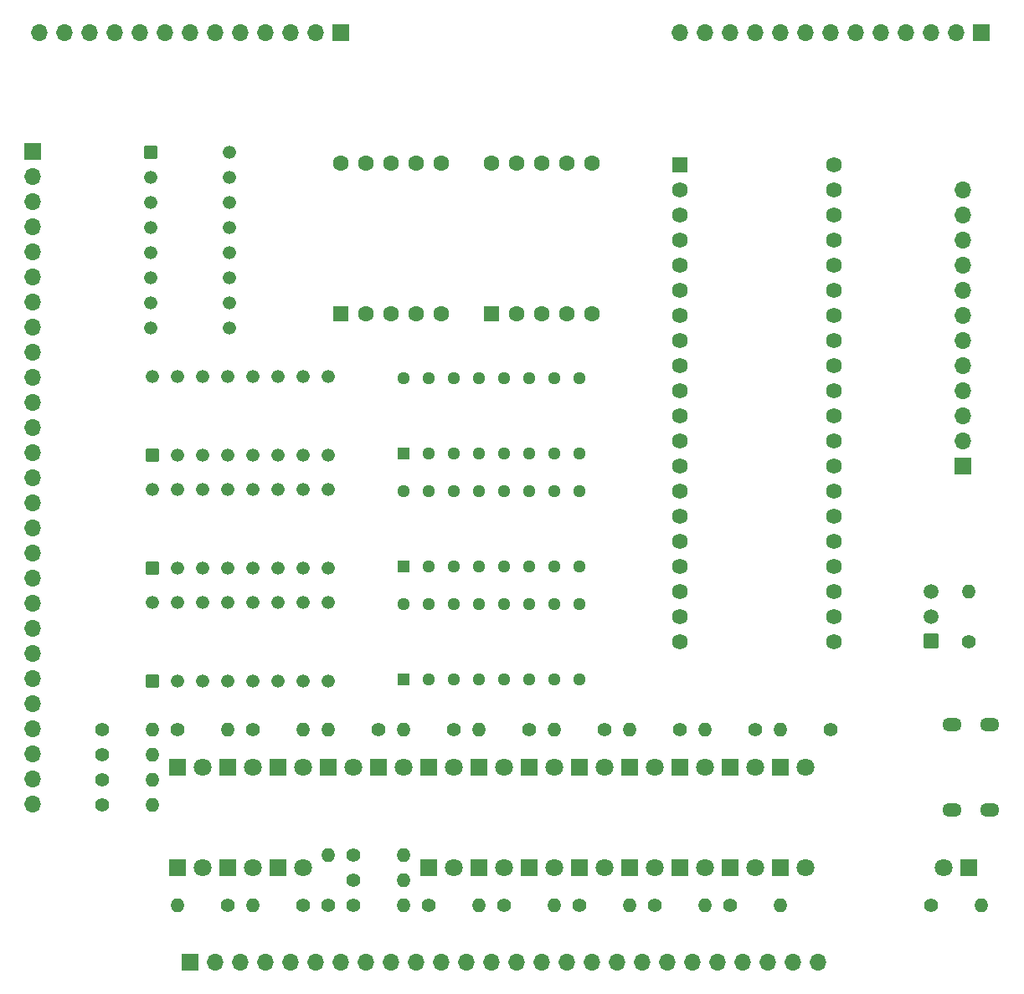
<source format=gbs>
%TF.GenerationSoftware,KiCad,Pcbnew,(6.0.9)*%
%TF.CreationDate,2025-06-18T12:33:42-04:00*%
%TF.ProjectId,Motherboard,4d6f7468-6572-4626-9f61-72642e6b6963,1*%
%TF.SameCoordinates,Original*%
%TF.FileFunction,Soldermask,Bot*%
%TF.FilePolarity,Negative*%
%FSLAX46Y46*%
G04 Gerber Fmt 4.6, Leading zero omitted, Abs format (unit mm)*
G04 Created by KiCad (PCBNEW (6.0.9)) date 2025-06-18 12:33:42*
%MOMM*%
%LPD*%
G01*
G04 APERTURE LIST*
G04 Aperture macros list*
%AMRoundRect*
0 Rectangle with rounded corners*
0 $1 Rounding radius*
0 $2 $3 $4 $5 $6 $7 $8 $9 X,Y pos of 4 corners*
0 Add a 4 corners polygon primitive as box body*
4,1,4,$2,$3,$4,$5,$6,$7,$8,$9,$2,$3,0*
0 Add four circle primitives for the rounded corners*
1,1,$1+$1,$2,$3*
1,1,$1+$1,$4,$5*
1,1,$1+$1,$6,$7*
1,1,$1+$1,$8,$9*
0 Add four rect primitives between the rounded corners*
20,1,$1+$1,$2,$3,$4,$5,0*
20,1,$1+$1,$4,$5,$6,$7,0*
20,1,$1+$1,$6,$7,$8,$9,0*
20,1,$1+$1,$8,$9,$2,$3,0*%
G04 Aperture macros list end*
%ADD10C,1.400000*%
%ADD11O,1.400000X1.400000*%
%ADD12R,1.800000X1.800000*%
%ADD13C,1.800000*%
%ADD14RoundRect,0.102000X0.654000X-0.654000X0.654000X0.654000X-0.654000X0.654000X-0.654000X-0.654000X0*%
%ADD15C,1.512000*%
%ADD16R,1.295400X1.295400*%
%ADD17C,1.295400*%
%ADD18R,1.700000X1.700000*%
%ADD19O,1.700000X1.700000*%
%ADD20RoundRect,0.102000X-0.689000X-0.689000X0.689000X-0.689000X0.689000X0.689000X-0.689000X0.689000X0*%
%ADD21C,1.582000*%
%ADD22RoundRect,0.102000X0.565000X-0.565000X0.565000X0.565000X-0.565000X0.565000X-0.565000X-0.565000X0*%
%ADD23C,1.334000*%
%ADD24RoundRect,0.102000X-0.565000X-0.565000X0.565000X-0.565000X0.565000X0.565000X-0.565000X0.565000X0*%
%ADD25R,1.600000X1.600000*%
%ADD26C,1.600000*%
%ADD27O,1.954000X1.354000*%
G04 APERTURE END LIST*
D10*
%TO.C,R6*%
X96520000Y-123190000D03*
D11*
X91440000Y-123190000D03*
%TD*%
D10*
%TO.C,R12*%
X45720000Y-123190000D03*
D11*
X50800000Y-123190000D03*
%TD*%
D10*
%TO.C,R4*%
X111760000Y-123190000D03*
D11*
X106680000Y-123190000D03*
%TD*%
D12*
%TO.C,D18*%
X78740000Y-137160000D03*
D13*
X81280000Y-137160000D03*
%TD*%
D12*
%TO.C,D12*%
X63500000Y-127000000D03*
D13*
X66040000Y-127000000D03*
%TD*%
D10*
%TO.C,R5*%
X104140000Y-123190000D03*
D11*
X99060000Y-123190000D03*
%TD*%
D10*
%TO.C,R19*%
X71120000Y-135890000D03*
D11*
X76200000Y-135890000D03*
%TD*%
D14*
%TO.C,SW1*%
X129540000Y-114260000D03*
D15*
X129540000Y-111760000D03*
X129540000Y-109260000D03*
%TD*%
D16*
%TO.C,U1*%
X76200000Y-118110000D03*
D17*
X78740000Y-118110000D03*
X81280000Y-118110000D03*
X83820000Y-118110000D03*
X86360000Y-118110000D03*
X88900000Y-118110000D03*
X91440000Y-118110000D03*
X93980000Y-118110000D03*
X93980000Y-110490000D03*
X91440000Y-110490000D03*
X88900000Y-110490000D03*
X86360000Y-110490000D03*
X83820000Y-110490000D03*
X81280000Y-110490000D03*
X78740000Y-110490000D03*
X76200000Y-110490000D03*
%TD*%
D16*
%TO.C,U6*%
X76200000Y-95250000D03*
D17*
X78740000Y-95250000D03*
X81280000Y-95250000D03*
X83820000Y-95250000D03*
X86360000Y-95250000D03*
X88900000Y-95250000D03*
X91440000Y-95250000D03*
X93980000Y-95250000D03*
X93980000Y-87630000D03*
X91440000Y-87630000D03*
X88900000Y-87630000D03*
X86360000Y-87630000D03*
X83820000Y-87630000D03*
X81280000Y-87630000D03*
X78740000Y-87630000D03*
X76200000Y-87630000D03*
%TD*%
D10*
%TO.C,R9*%
X73660000Y-123190000D03*
D11*
X68580000Y-123190000D03*
%TD*%
D12*
%TO.C,D15*%
X58420000Y-137160000D03*
D13*
X60960000Y-137160000D03*
%TD*%
D10*
%TO.C,R14*%
X68580000Y-140970000D03*
D11*
X68580000Y-135890000D03*
%TD*%
D10*
%TO.C,R23*%
X86360000Y-140970000D03*
D11*
X91440000Y-140970000D03*
%TD*%
D10*
%TO.C,R26*%
X109220000Y-140970000D03*
D11*
X114300000Y-140970000D03*
%TD*%
D16*
%TO.C,U4*%
X76200000Y-106680000D03*
D17*
X78740000Y-106680000D03*
X81280000Y-106680000D03*
X83820000Y-106680000D03*
X86360000Y-106680000D03*
X88900000Y-106680000D03*
X91440000Y-106680000D03*
X93980000Y-106680000D03*
X93980000Y-99060000D03*
X91440000Y-99060000D03*
X88900000Y-99060000D03*
X86360000Y-99060000D03*
X83820000Y-99060000D03*
X81280000Y-99060000D03*
X78740000Y-99060000D03*
X76200000Y-99060000D03*
%TD*%
D10*
%TO.C,R22*%
X78740000Y-140970000D03*
D11*
X83820000Y-140970000D03*
%TD*%
D10*
%TO.C,R16*%
X66040000Y-140970000D03*
D11*
X60960000Y-140970000D03*
%TD*%
D18*
%TO.C,J4*%
X54635000Y-146730000D03*
D19*
X57175000Y-146730000D03*
X59715000Y-146730000D03*
X62255000Y-146730000D03*
X64795000Y-146730000D03*
X67335000Y-146730000D03*
X69875000Y-146730000D03*
X72415000Y-146730000D03*
X74955000Y-146730000D03*
X77495000Y-146730000D03*
X80035000Y-146730000D03*
X82575000Y-146730000D03*
X85115000Y-146730000D03*
X87655000Y-146730000D03*
X90195000Y-146730000D03*
X92735000Y-146730000D03*
X95275000Y-146730000D03*
X97815000Y-146730000D03*
X100355000Y-146730000D03*
X102895000Y-146730000D03*
X105435000Y-146730000D03*
X107975000Y-146730000D03*
X110515000Y-146730000D03*
X113055000Y-146730000D03*
X115595000Y-146730000D03*
X118135000Y-146730000D03*
%TD*%
D12*
%TO.C,D1*%
X133350000Y-137160000D03*
D13*
X130810000Y-137160000D03*
%TD*%
D12*
%TO.C,D10*%
X73660000Y-127000000D03*
D13*
X76200000Y-127000000D03*
%TD*%
D12*
%TO.C,D8*%
X83820000Y-127000000D03*
D13*
X86360000Y-127000000D03*
%TD*%
D12*
%TO.C,D24*%
X109220000Y-137160000D03*
D13*
X111760000Y-137160000D03*
%TD*%
D18*
%TO.C,J1*%
X38690000Y-64740000D03*
D19*
X38690000Y-67280000D03*
X38690000Y-69820000D03*
X38690000Y-72360000D03*
X38690000Y-74900000D03*
X38690000Y-77440000D03*
X38690000Y-79980000D03*
X38690000Y-82520000D03*
X38690000Y-85060000D03*
X38690000Y-87600000D03*
X38690000Y-90140000D03*
X38690000Y-92680000D03*
X38690000Y-95220000D03*
X38690000Y-97760000D03*
X38690000Y-100300000D03*
X38690000Y-102840000D03*
X38690000Y-105380000D03*
X38690000Y-107920000D03*
X38690000Y-110460000D03*
X38690000Y-113000000D03*
X38690000Y-115540000D03*
X38690000Y-118080000D03*
X38690000Y-120620000D03*
X38690000Y-123160000D03*
X38690000Y-125700000D03*
X38690000Y-128240000D03*
X38690000Y-130780000D03*
%TD*%
D20*
%TO.C,U3*%
X104151250Y-66040000D03*
D21*
X104151250Y-68580000D03*
X104143750Y-71120000D03*
X104143750Y-73660000D03*
X104143750Y-76200000D03*
X104143750Y-78740000D03*
X104143750Y-81280000D03*
X104143750Y-83820000D03*
X104143750Y-86360000D03*
X104143750Y-88900000D03*
X104143750Y-91440000D03*
X104143750Y-93980000D03*
X104143750Y-96520000D03*
X104151250Y-99060000D03*
X119701250Y-99060000D03*
X119701250Y-96520000D03*
X119701250Y-93980000D03*
X119701250Y-91440000D03*
X119701250Y-88900000D03*
X119701250Y-86360000D03*
X119701250Y-83820000D03*
X119701250Y-81280000D03*
X119701250Y-78740000D03*
X119701250Y-76200000D03*
X119701250Y-73660000D03*
X119701250Y-71120000D03*
X119701250Y-68580000D03*
X119701250Y-66040000D03*
X104151250Y-101600000D03*
X104151250Y-104140000D03*
X104151250Y-106680000D03*
X104151250Y-109220000D03*
X104151250Y-111760000D03*
X104151250Y-114300000D03*
X119701250Y-114300000D03*
X119701250Y-111760000D03*
X119701250Y-109220000D03*
X119701250Y-106680000D03*
X119701250Y-104140000D03*
X119701250Y-101600000D03*
%TD*%
D12*
%TO.C,D25*%
X114300000Y-137160000D03*
D13*
X116840000Y-137160000D03*
%TD*%
D10*
%TO.C,R1*%
X129540000Y-140970000D03*
D11*
X134620000Y-140970000D03*
%TD*%
D10*
%TO.C,R21*%
X71120000Y-140970000D03*
D11*
X76200000Y-140970000D03*
%TD*%
D18*
%TO.C,J3*%
X134605000Y-52660000D03*
D19*
X132065000Y-52660000D03*
X129525000Y-52660000D03*
X126985000Y-52660000D03*
X124445000Y-52660000D03*
X121905000Y-52660000D03*
X119365000Y-52660000D03*
X116825000Y-52660000D03*
X114285000Y-52660000D03*
X111745000Y-52660000D03*
X109205000Y-52660000D03*
X106665000Y-52660000D03*
X104125000Y-52660000D03*
%TD*%
D12*
%TO.C,D3*%
X109220000Y-127000000D03*
D13*
X111760000Y-127000000D03*
%TD*%
D12*
%TO.C,D16*%
X53340000Y-127000000D03*
D13*
X55880000Y-127000000D03*
%TD*%
D12*
%TO.C,D2*%
X114300000Y-127000000D03*
D13*
X116840000Y-127000000D03*
%TD*%
D10*
%TO.C,R15*%
X45720000Y-128270000D03*
D11*
X50800000Y-128270000D03*
%TD*%
D10*
%TO.C,R17*%
X45720000Y-130810000D03*
D11*
X50800000Y-130810000D03*
%TD*%
D22*
%TO.C,U8*%
X50800000Y-118270000D03*
D23*
X53340000Y-118270000D03*
X55880000Y-118270000D03*
X58420000Y-118270000D03*
X60960000Y-118270000D03*
X63500000Y-118270000D03*
X66040000Y-118270000D03*
X68580000Y-118270000D03*
X68580000Y-110330000D03*
X66040000Y-110330000D03*
X63500000Y-110330000D03*
X60960000Y-110330000D03*
X58420000Y-110330000D03*
X55880000Y-110330000D03*
X53340000Y-110330000D03*
X50800000Y-110330000D03*
%TD*%
D12*
%TO.C,D14*%
X58420000Y-127000000D03*
D13*
X60960000Y-127000000D03*
%TD*%
D10*
%TO.C,R25*%
X101600000Y-140970000D03*
D11*
X106680000Y-140970000D03*
%TD*%
D12*
%TO.C,D21*%
X93980000Y-137160000D03*
D13*
X96520000Y-137160000D03*
%TD*%
D10*
%TO.C,R24*%
X93980000Y-140970000D03*
D11*
X99060000Y-140970000D03*
%TD*%
D12*
%TO.C,D20*%
X88900000Y-137160000D03*
D13*
X91440000Y-137160000D03*
%TD*%
D24*
%TO.C,U2*%
X50640000Y-64770000D03*
D23*
X50640000Y-67310000D03*
X50640000Y-69850000D03*
X50640000Y-72390000D03*
X50640000Y-74930000D03*
X50640000Y-77470000D03*
X50640000Y-80010000D03*
X50640000Y-82550000D03*
X58580000Y-82550000D03*
X58580000Y-80010000D03*
X58580000Y-77470000D03*
X58580000Y-74930000D03*
X58580000Y-72390000D03*
X58580000Y-69850000D03*
X58580000Y-67310000D03*
X58580000Y-64770000D03*
%TD*%
D12*
%TO.C,D22*%
X99060000Y-137160000D03*
D13*
X101600000Y-137160000D03*
%TD*%
D12*
%TO.C,D11*%
X68580000Y-127000000D03*
D13*
X71120000Y-127000000D03*
%TD*%
D12*
%TO.C,D6*%
X93980000Y-127000000D03*
D13*
X96520000Y-127000000D03*
%TD*%
D25*
%TO.C,U7*%
X69850000Y-81157500D03*
D26*
X72390000Y-81157500D03*
X74930000Y-81157500D03*
X77470000Y-81157500D03*
X80010000Y-81157500D03*
X80010000Y-65917500D03*
X77470000Y-65917500D03*
X74930000Y-65917500D03*
X72390000Y-65917500D03*
X69850000Y-65917500D03*
%TD*%
D10*
%TO.C,R8*%
X81280000Y-123190000D03*
D11*
X76200000Y-123190000D03*
%TD*%
D10*
%TO.C,R7*%
X88900000Y-123190000D03*
D11*
X83820000Y-123190000D03*
%TD*%
D25*
%TO.C,U10*%
X85090000Y-81157500D03*
D26*
X87630000Y-81157500D03*
X90170000Y-81157500D03*
X92710000Y-81157500D03*
X95250000Y-81157500D03*
X95250000Y-65917500D03*
X92710000Y-65917500D03*
X90170000Y-65917500D03*
X87630000Y-65917500D03*
X85090000Y-65917500D03*
%TD*%
D12*
%TO.C,D7*%
X88900000Y-127000000D03*
D13*
X91440000Y-127000000D03*
%TD*%
D12*
%TO.C,D4*%
X104140000Y-127000000D03*
D13*
X106680000Y-127000000D03*
%TD*%
D10*
%TO.C,R11*%
X53340000Y-123190000D03*
D11*
X58420000Y-123190000D03*
%TD*%
D22*
%TO.C,U5*%
X50800000Y-95410000D03*
D23*
X53340000Y-95410000D03*
X55880000Y-95410000D03*
X58420000Y-95410000D03*
X60960000Y-95410000D03*
X63500000Y-95410000D03*
X66040000Y-95410000D03*
X68580000Y-95410000D03*
X68580000Y-87470000D03*
X66040000Y-87470000D03*
X63500000Y-87470000D03*
X60960000Y-87470000D03*
X58420000Y-87470000D03*
X55880000Y-87470000D03*
X53340000Y-87470000D03*
X50800000Y-87470000D03*
%TD*%
D12*
%TO.C,D23*%
X104140000Y-137160000D03*
D13*
X106680000Y-137160000D03*
%TD*%
D10*
%TO.C,R18*%
X58420000Y-140970000D03*
D11*
X53340000Y-140970000D03*
%TD*%
D18*
%TO.C,J5*%
X132760000Y-96550000D03*
D19*
X132760000Y-94010000D03*
X132760000Y-91470000D03*
X132760000Y-88930000D03*
X132760000Y-86390000D03*
X132760000Y-83850000D03*
X132760000Y-81310000D03*
X132760000Y-78770000D03*
X132760000Y-76230000D03*
X132760000Y-73690000D03*
X132760000Y-71150000D03*
X132760000Y-68610000D03*
%TD*%
D27*
%TO.C,J6*%
X131670000Y-131320000D03*
X131670000Y-122680000D03*
X135470000Y-131320000D03*
X135470000Y-122680000D03*
%TD*%
D10*
%TO.C,R20*%
X71120000Y-138430000D03*
D11*
X76200000Y-138430000D03*
%TD*%
D12*
%TO.C,D17*%
X53340000Y-137160000D03*
D13*
X55880000Y-137160000D03*
%TD*%
D10*
%TO.C,R10*%
X60960000Y-123190000D03*
D11*
X66040000Y-123190000D03*
%TD*%
D18*
%TO.C,J2*%
X69835000Y-52660000D03*
D19*
X67295000Y-52660000D03*
X64755000Y-52660000D03*
X62215000Y-52660000D03*
X59675000Y-52660000D03*
X57135000Y-52660000D03*
X54595000Y-52660000D03*
X52055000Y-52660000D03*
X49515000Y-52660000D03*
X46975000Y-52660000D03*
X44435000Y-52660000D03*
X41895000Y-52660000D03*
X39355000Y-52660000D03*
%TD*%
D10*
%TO.C,R3*%
X119380000Y-123190000D03*
D11*
X114300000Y-123190000D03*
%TD*%
D12*
%TO.C,D19*%
X83820000Y-137160000D03*
D13*
X86360000Y-137160000D03*
%TD*%
D10*
%TO.C,R2*%
X133350000Y-114300000D03*
D11*
X133350000Y-109220000D03*
%TD*%
D10*
%TO.C,R13*%
X45720000Y-125730000D03*
D11*
X50800000Y-125730000D03*
%TD*%
D12*
%TO.C,D13*%
X63500000Y-137160000D03*
D13*
X66040000Y-137160000D03*
%TD*%
D12*
%TO.C,D9*%
X78740000Y-127000000D03*
D13*
X81280000Y-127000000D03*
%TD*%
D22*
%TO.C,U9*%
X50800000Y-106840000D03*
D23*
X53340000Y-106840000D03*
X55880000Y-106840000D03*
X58420000Y-106840000D03*
X60960000Y-106840000D03*
X63500000Y-106840000D03*
X66040000Y-106840000D03*
X68580000Y-106840000D03*
X68580000Y-98900000D03*
X66040000Y-98900000D03*
X63500000Y-98900000D03*
X60960000Y-98900000D03*
X58420000Y-98900000D03*
X55880000Y-98900000D03*
X53340000Y-98900000D03*
X50800000Y-98900000D03*
%TD*%
D12*
%TO.C,D5*%
X99060000Y-127000000D03*
D13*
X101600000Y-127000000D03*
%TD*%
M02*

</source>
